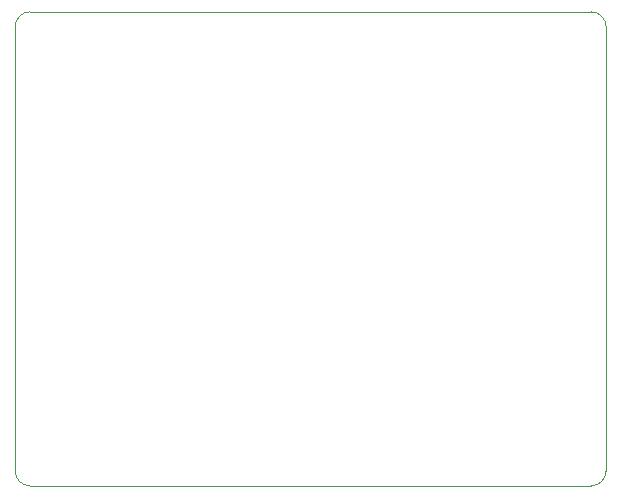
<source format=gbr>
G04 #@! TF.GenerationSoftware,KiCad,Pcbnew,5.1.4-e60b266~84~ubuntu19.04.1*
G04 #@! TF.CreationDate,2019-09-18T22:19:55+02:00*
G04 #@! TF.ProjectId,jlink-tagConnect-adapter,6a6c696e-6b2d-4746-9167-436f6e6e6563,rev?*
G04 #@! TF.SameCoordinates,Original*
G04 #@! TF.FileFunction,Profile,NP*
%FSLAX46Y46*%
G04 Gerber Fmt 4.6, Leading zero omitted, Abs format (unit mm)*
G04 Created by KiCad (PCBNEW 5.1.4-e60b266~84~ubuntu19.04.1) date 2019-09-18 22:19:55*
%MOMM*%
%LPD*%
G04 APERTURE LIST*
%ADD10C,0.050000*%
G04 APERTURE END LIST*
D10*
X143510000Y-118237000D02*
X96012000Y-118237000D01*
X94742000Y-116967000D02*
X94742000Y-79375000D01*
X144780000Y-116967000D02*
G75*
G02X143510000Y-118237000I-1270000J0D01*
G01*
X96012000Y-118237000D02*
G75*
G02X94742000Y-116967000I0J1270000D01*
G01*
X94742000Y-79375000D02*
G75*
G02X96012000Y-78105000I1270000J0D01*
G01*
X144780000Y-79375000D02*
X144780000Y-116967000D01*
X143510000Y-78105000D02*
X96012000Y-78105000D01*
X143510000Y-78105000D02*
G75*
G02X144780000Y-79375000I0J-1270000D01*
G01*
M02*

</source>
